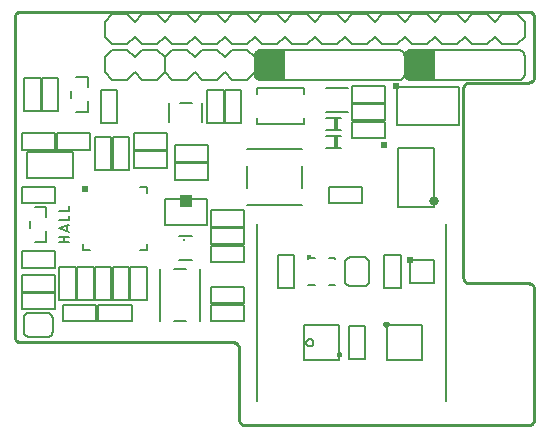
<source format=gto>
G04 EAGLE Gerber RS-274X export*
G75*
%MOMM*%
%FSLAX34Y34*%
%LPD*%
%INSilkscreen Top*%
%IPPOS*%
%AMOC8*
5,1,8,0,0,1.08239X$1,22.5*%
G01*
%ADD10C,0.152400*%
%ADD11C,0.127000*%
%ADD12C,0.150000*%
%ADD13R,0.350000X0.900000*%
%ADD14R,0.600000X0.600000*%
%ADD15C,0.203200*%
%ADD16R,1.000000X1.000000*%
%ADD17C,0.300000*%
%ADD18R,0.500000X0.500000*%
%ADD19C,0.200000*%
%ADD20C,0.800000*%
%ADD21R,0.350000X0.350000*%
%ADD22C,0.300000*%
%ADD23C,0.254000*%

G36*
X228665Y291677D02*
X228665Y291677D01*
X228731Y291679D01*
X228774Y291697D01*
X228821Y291705D01*
X228878Y291739D01*
X228938Y291764D01*
X228973Y291795D01*
X229014Y291820D01*
X229056Y291871D01*
X229104Y291915D01*
X229126Y291957D01*
X229155Y291994D01*
X229176Y292056D01*
X229207Y292115D01*
X229215Y292169D01*
X229227Y292206D01*
X229226Y292246D01*
X229234Y292300D01*
X229234Y317700D01*
X229223Y317765D01*
X229221Y317831D01*
X229203Y317874D01*
X229195Y317921D01*
X229161Y317978D01*
X229136Y318038D01*
X229105Y318073D01*
X229080Y318114D01*
X229029Y318156D01*
X228985Y318204D01*
X228943Y318226D01*
X228906Y318255D01*
X228844Y318276D01*
X228785Y318307D01*
X228731Y318315D01*
X228694Y318327D01*
X228654Y318326D01*
X228600Y318334D01*
X208280Y318334D01*
X208250Y318329D01*
X208209Y318330D01*
X207079Y318203D01*
X207030Y318188D01*
X206940Y318171D01*
X205866Y317796D01*
X205822Y317771D01*
X205738Y317734D01*
X204775Y317129D01*
X204738Y317095D01*
X204664Y317040D01*
X203860Y316236D01*
X203831Y316194D01*
X203771Y316125D01*
X203166Y315162D01*
X203147Y315115D01*
X203104Y315034D01*
X202729Y313960D01*
X202721Y313910D01*
X202697Y313821D01*
X202570Y312691D01*
X202572Y312660D01*
X202566Y312620D01*
X202566Y297380D01*
X202571Y297350D01*
X202570Y297309D01*
X202697Y296179D01*
X202712Y296130D01*
X202729Y296040D01*
X203104Y294966D01*
X203129Y294922D01*
X203166Y294838D01*
X203771Y293875D01*
X203805Y293838D01*
X203860Y293764D01*
X204664Y292960D01*
X204706Y292931D01*
X204775Y292871D01*
X205738Y292266D01*
X205785Y292247D01*
X205866Y292204D01*
X206940Y291829D01*
X206990Y291821D01*
X207079Y291797D01*
X208209Y291670D01*
X208240Y291672D01*
X208280Y291666D01*
X228600Y291666D01*
X228665Y291677D01*
G37*
G36*
X355665Y291677D02*
X355665Y291677D01*
X355731Y291679D01*
X355774Y291697D01*
X355821Y291705D01*
X355878Y291739D01*
X355938Y291764D01*
X355973Y291795D01*
X356014Y291820D01*
X356056Y291871D01*
X356104Y291915D01*
X356126Y291957D01*
X356155Y291994D01*
X356176Y292056D01*
X356207Y292115D01*
X356215Y292169D01*
X356227Y292206D01*
X356226Y292246D01*
X356234Y292300D01*
X356234Y317700D01*
X356223Y317765D01*
X356221Y317831D01*
X356203Y317874D01*
X356195Y317921D01*
X356161Y317978D01*
X356136Y318038D01*
X356105Y318073D01*
X356080Y318114D01*
X356029Y318156D01*
X355985Y318204D01*
X355943Y318226D01*
X355906Y318255D01*
X355844Y318276D01*
X355785Y318307D01*
X355731Y318315D01*
X355694Y318327D01*
X355654Y318326D01*
X355600Y318334D01*
X335280Y318334D01*
X335250Y318329D01*
X335209Y318330D01*
X334079Y318203D01*
X334030Y318188D01*
X333940Y318171D01*
X332866Y317796D01*
X332822Y317771D01*
X332738Y317734D01*
X331775Y317129D01*
X331738Y317095D01*
X331664Y317040D01*
X330860Y316236D01*
X330831Y316194D01*
X330771Y316125D01*
X330166Y315162D01*
X330147Y315115D01*
X330104Y315034D01*
X329729Y313960D01*
X329721Y313910D01*
X329697Y313821D01*
X329570Y312691D01*
X329572Y312660D01*
X329566Y312620D01*
X329566Y297380D01*
X329571Y297350D01*
X329570Y297309D01*
X329697Y296179D01*
X329712Y296130D01*
X329729Y296040D01*
X330104Y294966D01*
X330129Y294922D01*
X330166Y294838D01*
X330771Y293875D01*
X330805Y293838D01*
X330860Y293764D01*
X331664Y292960D01*
X331706Y292931D01*
X331775Y292871D01*
X332738Y292266D01*
X332785Y292247D01*
X332866Y292204D01*
X333940Y291829D01*
X333990Y291821D01*
X334079Y291797D01*
X335209Y291670D01*
X335240Y291672D01*
X335280Y291666D01*
X355600Y291666D01*
X355665Y291677D01*
G37*
D10*
X46238Y154904D02*
X37762Y154904D01*
X41529Y154904D02*
X41529Y159612D01*
X37762Y159612D02*
X46238Y159612D01*
X46238Y163733D02*
X37762Y166558D01*
X46238Y169383D01*
X44119Y168677D02*
X44119Y164439D01*
X46238Y173529D02*
X37762Y173529D01*
X46238Y173529D02*
X46238Y177296D01*
X46238Y181329D02*
X37762Y181329D01*
X46238Y181329D02*
X46238Y185096D01*
D11*
X68000Y216000D02*
X82000Y216000D01*
X82000Y244000D01*
X68000Y244000D01*
X68000Y216000D01*
X73000Y256000D02*
X87000Y256000D01*
X87000Y284000D01*
X73000Y284000D01*
X73000Y256000D01*
X163000Y284000D02*
X177000Y284000D01*
X163000Y284000D02*
X163000Y256000D01*
X177000Y256000D01*
X177000Y284000D01*
X178000Y284000D02*
X192000Y284000D01*
X178000Y284000D02*
X178000Y256000D01*
X192000Y256000D01*
X192000Y284000D01*
X194000Y117000D02*
X194000Y103000D01*
X194000Y117000D02*
X166000Y117000D01*
X166000Y103000D01*
X194000Y103000D01*
X194000Y102000D02*
X194000Y88000D01*
X194000Y102000D02*
X166000Y102000D01*
X166000Y88000D01*
X194000Y88000D01*
X64000Y233000D02*
X64000Y247000D01*
X36000Y247000D01*
X36000Y233000D01*
X64000Y233000D01*
X52000Y134000D02*
X38000Y134000D01*
X38000Y106000D01*
X52000Y106000D01*
X52000Y134000D01*
X53000Y134000D02*
X67000Y134000D01*
X53000Y134000D02*
X53000Y106000D01*
X67000Y106000D01*
X67000Y134000D01*
X6000Y233000D02*
X6000Y247000D01*
X6000Y233000D02*
X34000Y233000D01*
X34000Y247000D01*
X6000Y247000D01*
X83000Y216000D02*
X97000Y216000D01*
X97000Y244000D01*
X83000Y244000D01*
X83000Y216000D01*
X129000Y218000D02*
X129000Y232000D01*
X101000Y232000D01*
X101000Y218000D01*
X129000Y218000D01*
X22000Y266000D02*
X8000Y266000D01*
X22000Y266000D02*
X22000Y294000D01*
X8000Y294000D01*
X8000Y266000D01*
X23000Y266000D02*
X37000Y266000D01*
X37000Y294000D01*
X23000Y294000D01*
X23000Y266000D01*
D12*
X263500Y250000D02*
X276500Y250000D01*
X276500Y260000D02*
X263500Y260000D01*
D13*
X271750Y255000D03*
D12*
X276500Y235000D02*
X263500Y235000D01*
X263500Y245000D02*
X276500Y245000D01*
D13*
X271750Y240000D03*
D12*
X324000Y286000D02*
X376000Y286000D01*
X376000Y254000D01*
X324000Y254000D01*
X324000Y286000D01*
D14*
X323000Y287000D03*
D11*
X82000Y134000D02*
X68000Y134000D01*
X68000Y106000D01*
X82000Y106000D01*
X82000Y134000D01*
D15*
X177800Y311350D02*
X184150Y317700D01*
X196850Y317700D01*
X203200Y311350D01*
X203200Y298650D02*
X196850Y292300D01*
X184150Y292300D01*
X177800Y298650D01*
X146050Y317700D02*
X133350Y317700D01*
X146050Y317700D02*
X152400Y311350D01*
X152400Y298650D02*
X146050Y292300D01*
X152400Y311350D02*
X158750Y317700D01*
X171450Y317700D01*
X177800Y311350D01*
X177800Y298650D02*
X171450Y292300D01*
X158750Y292300D01*
X152400Y298650D01*
X127000Y298650D02*
X127000Y311350D01*
X133350Y317700D01*
X127000Y298650D02*
X133350Y292300D01*
X146050Y292300D01*
X203200Y298650D02*
X203200Y311350D01*
X95250Y317700D02*
X82550Y317700D01*
X95250Y317700D02*
X101600Y311350D01*
X101600Y298650D02*
X95250Y292300D01*
X101600Y311350D02*
X107950Y317700D01*
X120650Y317700D01*
X127000Y311350D01*
X127000Y298650D02*
X120650Y292300D01*
X107950Y292300D01*
X101600Y298650D01*
X76200Y298650D02*
X76200Y311350D01*
X82550Y317700D01*
X76200Y298650D02*
X82550Y292300D01*
X95250Y292300D01*
X127000Y298650D02*
X127000Y311350D01*
D11*
X431800Y312620D02*
X431800Y297380D01*
X431798Y297240D01*
X431792Y297100D01*
X431783Y296960D01*
X431769Y296821D01*
X431752Y296682D01*
X431731Y296544D01*
X431706Y296406D01*
X431677Y296269D01*
X431645Y296133D01*
X431608Y295998D01*
X431568Y295864D01*
X431525Y295731D01*
X431477Y295599D01*
X431427Y295468D01*
X431372Y295339D01*
X431314Y295212D01*
X431253Y295086D01*
X431188Y294962D01*
X431119Y294840D01*
X431048Y294720D01*
X430973Y294602D01*
X430895Y294485D01*
X430813Y294371D01*
X430729Y294260D01*
X430641Y294151D01*
X430551Y294044D01*
X430457Y293939D01*
X430361Y293838D01*
X430262Y293739D01*
X430161Y293643D01*
X430056Y293549D01*
X429949Y293459D01*
X429840Y293371D01*
X429729Y293287D01*
X429615Y293205D01*
X429498Y293127D01*
X429380Y293052D01*
X429260Y292981D01*
X429138Y292912D01*
X429014Y292847D01*
X428888Y292786D01*
X428761Y292728D01*
X428632Y292673D01*
X428501Y292623D01*
X428369Y292575D01*
X428236Y292532D01*
X428102Y292492D01*
X427967Y292455D01*
X427831Y292423D01*
X427694Y292394D01*
X427556Y292369D01*
X427418Y292348D01*
X427279Y292331D01*
X427140Y292317D01*
X427000Y292308D01*
X426860Y292302D01*
X426720Y292300D01*
X335280Y292300D01*
X335140Y292302D01*
X335000Y292308D01*
X334860Y292317D01*
X334721Y292331D01*
X334582Y292348D01*
X334444Y292369D01*
X334306Y292394D01*
X334169Y292423D01*
X334033Y292455D01*
X333898Y292492D01*
X333764Y292532D01*
X333631Y292575D01*
X333499Y292623D01*
X333368Y292673D01*
X333239Y292728D01*
X333112Y292786D01*
X332986Y292847D01*
X332862Y292912D01*
X332740Y292981D01*
X332620Y293052D01*
X332502Y293127D01*
X332385Y293205D01*
X332271Y293287D01*
X332160Y293371D01*
X332051Y293459D01*
X331944Y293549D01*
X331839Y293643D01*
X331738Y293739D01*
X331639Y293838D01*
X331543Y293939D01*
X331449Y294044D01*
X331359Y294151D01*
X331271Y294260D01*
X331187Y294371D01*
X331105Y294485D01*
X331027Y294602D01*
X330952Y294720D01*
X330881Y294840D01*
X330812Y294962D01*
X330747Y295086D01*
X330686Y295212D01*
X330628Y295339D01*
X330573Y295468D01*
X330523Y295599D01*
X330475Y295731D01*
X330432Y295864D01*
X330392Y295998D01*
X330355Y296133D01*
X330323Y296269D01*
X330294Y296406D01*
X330269Y296544D01*
X330248Y296682D01*
X330231Y296821D01*
X330217Y296960D01*
X330208Y297100D01*
X330202Y297240D01*
X330200Y297380D01*
X330200Y312620D01*
X330202Y312760D01*
X330208Y312900D01*
X330217Y313040D01*
X330231Y313179D01*
X330248Y313318D01*
X330269Y313456D01*
X330294Y313594D01*
X330323Y313731D01*
X330355Y313867D01*
X330392Y314002D01*
X330432Y314136D01*
X330475Y314269D01*
X330523Y314401D01*
X330573Y314532D01*
X330628Y314661D01*
X330686Y314788D01*
X330747Y314914D01*
X330812Y315038D01*
X330881Y315160D01*
X330952Y315280D01*
X331027Y315398D01*
X331105Y315515D01*
X331187Y315629D01*
X331271Y315740D01*
X331359Y315849D01*
X331449Y315956D01*
X331543Y316061D01*
X331639Y316162D01*
X331738Y316261D01*
X331839Y316357D01*
X331944Y316451D01*
X332051Y316541D01*
X332160Y316629D01*
X332271Y316713D01*
X332385Y316795D01*
X332502Y316873D01*
X332620Y316948D01*
X332740Y317019D01*
X332862Y317088D01*
X332986Y317153D01*
X333112Y317214D01*
X333239Y317272D01*
X333368Y317327D01*
X333499Y317377D01*
X333631Y317425D01*
X333764Y317468D01*
X333898Y317508D01*
X334033Y317545D01*
X334169Y317577D01*
X334306Y317606D01*
X334444Y317631D01*
X334582Y317652D01*
X334721Y317669D01*
X334860Y317683D01*
X335000Y317692D01*
X335140Y317698D01*
X335280Y317700D01*
X426720Y317700D01*
X426860Y317698D01*
X427000Y317692D01*
X427140Y317683D01*
X427279Y317669D01*
X427418Y317652D01*
X427556Y317631D01*
X427694Y317606D01*
X427831Y317577D01*
X427967Y317545D01*
X428102Y317508D01*
X428236Y317468D01*
X428369Y317425D01*
X428501Y317377D01*
X428632Y317327D01*
X428761Y317272D01*
X428888Y317214D01*
X429014Y317153D01*
X429138Y317088D01*
X429260Y317019D01*
X429380Y316948D01*
X429498Y316873D01*
X429615Y316795D01*
X429729Y316713D01*
X429840Y316629D01*
X429949Y316541D01*
X430056Y316451D01*
X430161Y316357D01*
X430262Y316261D01*
X430361Y316162D01*
X430457Y316061D01*
X430551Y315956D01*
X430641Y315849D01*
X430729Y315740D01*
X430813Y315629D01*
X430895Y315515D01*
X430973Y315398D01*
X431048Y315280D01*
X431119Y315160D01*
X431188Y315038D01*
X431253Y314914D01*
X431314Y314788D01*
X431372Y314661D01*
X431427Y314532D01*
X431477Y314401D01*
X431525Y314269D01*
X431568Y314136D01*
X431608Y314002D01*
X431645Y313867D01*
X431677Y313731D01*
X431706Y313594D01*
X431731Y313456D01*
X431752Y313318D01*
X431769Y313179D01*
X431783Y313040D01*
X431792Y312900D01*
X431798Y312760D01*
X431800Y312620D01*
D12*
X245000Y255000D02*
X205000Y255000D01*
X205000Y285000D02*
X245000Y285000D01*
X205000Y260000D02*
X205000Y255000D01*
X245000Y255000D02*
X245000Y260000D01*
X205000Y280000D02*
X205000Y285000D01*
X245000Y285000D02*
X245000Y280000D01*
X62000Y265000D02*
X52000Y265000D01*
X52000Y295000D02*
X62000Y295000D01*
X48000Y283000D02*
X48000Y277000D01*
X62000Y274000D02*
X62000Y265000D01*
X62000Y286000D02*
X62000Y295000D01*
X264000Y265000D02*
X282000Y265000D01*
X282000Y285000D02*
X264000Y285000D01*
D11*
X34000Y202000D02*
X34000Y188000D01*
X34000Y202000D02*
X6000Y202000D01*
X6000Y188000D01*
X34000Y188000D01*
X166000Y152000D02*
X166000Y138000D01*
X194000Y138000D01*
X194000Y152000D01*
X166000Y152000D01*
X97000Y134000D02*
X83000Y134000D01*
X83000Y106000D01*
X97000Y106000D01*
X97000Y134000D01*
X98000Y134000D02*
X112000Y134000D01*
X98000Y134000D02*
X98000Y106000D01*
X112000Y106000D01*
X112000Y134000D01*
X71000Y102000D02*
X71000Y88000D01*
X99000Y88000D01*
X99000Y102000D01*
X71000Y102000D01*
X69000Y102000D02*
X69000Y88000D01*
X69000Y102000D02*
X41000Y102000D01*
X41000Y88000D01*
X69000Y88000D01*
X286000Y243000D02*
X286000Y257000D01*
X286000Y243000D02*
X314000Y243000D01*
X314000Y257000D01*
X286000Y257000D01*
X314000Y273000D02*
X314000Y287000D01*
X286000Y287000D01*
X286000Y273000D01*
X314000Y273000D01*
X314000Y272000D02*
X314000Y258000D01*
X314000Y272000D02*
X286000Y272000D01*
X286000Y258000D01*
X314000Y258000D01*
X129000Y247000D02*
X129000Y233000D01*
X129000Y247000D02*
X101000Y247000D01*
X101000Y233000D01*
X129000Y233000D01*
X135800Y221600D02*
X135800Y207600D01*
X163800Y207600D01*
X163800Y221600D01*
X135800Y221600D01*
X266000Y202000D02*
X266000Y188000D01*
X294000Y188000D01*
X294000Y202000D01*
X266000Y202000D01*
X6000Y127000D02*
X6000Y113000D01*
X34000Y113000D01*
X34000Y127000D01*
X6000Y127000D01*
X6000Y112000D02*
X6000Y98000D01*
X34000Y98000D01*
X34000Y112000D01*
X6000Y112000D01*
X194000Y168000D02*
X194000Y182000D01*
X166000Y182000D01*
X166000Y168000D01*
X194000Y168000D01*
X136000Y223000D02*
X136000Y237000D01*
X136000Y223000D02*
X164000Y223000D01*
X164000Y237000D01*
X136000Y237000D01*
X166000Y167000D02*
X166000Y153000D01*
X194000Y153000D01*
X194000Y167000D01*
X166000Y167000D01*
D12*
X123000Y132000D02*
X123000Y88000D01*
X157000Y88000D02*
X157000Y132000D01*
X145000Y88000D02*
X135000Y88000D01*
X135000Y132000D02*
X145000Y132000D01*
X196500Y233500D02*
X243500Y233500D01*
X243500Y186500D02*
X196500Y186500D01*
X196500Y201000D02*
X196500Y219000D01*
X243500Y219000D02*
X243500Y201000D01*
D16*
X145000Y190000D03*
D12*
X127000Y191000D02*
X163000Y191000D01*
X163000Y169000D01*
X127000Y169000D01*
X127000Y191000D01*
D15*
X139500Y140000D02*
X150500Y140000D01*
X150500Y160000D02*
X139500Y160000D01*
D17*
X143375Y157000D03*
D15*
X131000Y257000D02*
X131000Y273000D01*
X159000Y273000D02*
X159000Y257000D01*
X150000Y273000D02*
X140000Y273000D01*
X112000Y202000D02*
X106500Y202000D01*
X112000Y202000D02*
X112000Y196500D01*
X112000Y153500D02*
X112000Y148000D01*
X106500Y148000D01*
X63500Y148000D02*
X58000Y148000D01*
X58000Y153500D01*
D18*
X60000Y200000D03*
X312500Y237500D03*
D12*
X325000Y185000D02*
X355000Y185000D01*
X355000Y235000D01*
X325000Y235000D01*
X325000Y185000D01*
D11*
X49500Y209000D02*
X10500Y209000D01*
X10500Y231000D01*
X49500Y231000D01*
X49500Y209000D01*
X330200Y297380D02*
X330200Y312620D01*
X330200Y297380D02*
X330198Y297240D01*
X330192Y297100D01*
X330183Y296960D01*
X330169Y296821D01*
X330152Y296682D01*
X330131Y296544D01*
X330106Y296406D01*
X330077Y296269D01*
X330045Y296133D01*
X330008Y295998D01*
X329968Y295864D01*
X329925Y295731D01*
X329877Y295599D01*
X329827Y295468D01*
X329772Y295339D01*
X329714Y295212D01*
X329653Y295086D01*
X329588Y294962D01*
X329519Y294840D01*
X329448Y294720D01*
X329373Y294602D01*
X329295Y294485D01*
X329213Y294371D01*
X329129Y294260D01*
X329041Y294151D01*
X328951Y294044D01*
X328857Y293939D01*
X328761Y293838D01*
X328662Y293739D01*
X328561Y293643D01*
X328456Y293549D01*
X328349Y293459D01*
X328240Y293371D01*
X328129Y293287D01*
X328015Y293205D01*
X327898Y293127D01*
X327780Y293052D01*
X327660Y292981D01*
X327538Y292912D01*
X327414Y292847D01*
X327288Y292786D01*
X327161Y292728D01*
X327032Y292673D01*
X326901Y292623D01*
X326769Y292575D01*
X326636Y292532D01*
X326502Y292492D01*
X326367Y292455D01*
X326231Y292423D01*
X326094Y292394D01*
X325956Y292369D01*
X325818Y292348D01*
X325679Y292331D01*
X325540Y292317D01*
X325400Y292308D01*
X325260Y292302D01*
X325120Y292300D01*
X208280Y292300D01*
X208140Y292302D01*
X208000Y292308D01*
X207860Y292317D01*
X207721Y292331D01*
X207582Y292348D01*
X207444Y292369D01*
X207306Y292394D01*
X207169Y292423D01*
X207033Y292455D01*
X206898Y292492D01*
X206764Y292532D01*
X206631Y292575D01*
X206499Y292623D01*
X206368Y292673D01*
X206239Y292728D01*
X206112Y292786D01*
X205986Y292847D01*
X205862Y292912D01*
X205740Y292981D01*
X205620Y293052D01*
X205502Y293127D01*
X205385Y293205D01*
X205271Y293287D01*
X205160Y293371D01*
X205051Y293459D01*
X204944Y293549D01*
X204839Y293643D01*
X204738Y293739D01*
X204639Y293838D01*
X204543Y293939D01*
X204449Y294044D01*
X204359Y294151D01*
X204271Y294260D01*
X204187Y294371D01*
X204105Y294485D01*
X204027Y294602D01*
X203952Y294720D01*
X203881Y294840D01*
X203812Y294962D01*
X203747Y295086D01*
X203686Y295212D01*
X203628Y295339D01*
X203573Y295468D01*
X203523Y295599D01*
X203475Y295731D01*
X203432Y295864D01*
X203392Y295998D01*
X203355Y296133D01*
X203323Y296269D01*
X203294Y296406D01*
X203269Y296544D01*
X203248Y296682D01*
X203231Y296821D01*
X203217Y296960D01*
X203208Y297100D01*
X203202Y297240D01*
X203200Y297380D01*
X203200Y312620D01*
X203202Y312760D01*
X203208Y312900D01*
X203217Y313040D01*
X203231Y313179D01*
X203248Y313318D01*
X203269Y313456D01*
X203294Y313594D01*
X203323Y313731D01*
X203355Y313867D01*
X203392Y314002D01*
X203432Y314136D01*
X203475Y314269D01*
X203523Y314401D01*
X203573Y314532D01*
X203628Y314661D01*
X203686Y314788D01*
X203747Y314914D01*
X203812Y315038D01*
X203881Y315160D01*
X203952Y315280D01*
X204027Y315398D01*
X204105Y315515D01*
X204187Y315629D01*
X204271Y315740D01*
X204359Y315849D01*
X204449Y315956D01*
X204543Y316061D01*
X204639Y316162D01*
X204738Y316261D01*
X204839Y316357D01*
X204944Y316451D01*
X205051Y316541D01*
X205160Y316629D01*
X205271Y316713D01*
X205385Y316795D01*
X205502Y316873D01*
X205620Y316948D01*
X205740Y317019D01*
X205862Y317088D01*
X205986Y317153D01*
X206112Y317214D01*
X206239Y317272D01*
X206368Y317327D01*
X206499Y317377D01*
X206631Y317425D01*
X206764Y317468D01*
X206898Y317508D01*
X207033Y317545D01*
X207169Y317577D01*
X207306Y317606D01*
X207444Y317631D01*
X207582Y317652D01*
X207721Y317669D01*
X207860Y317683D01*
X208000Y317692D01*
X208140Y317698D01*
X208280Y317700D01*
X325120Y317700D01*
X325260Y317698D01*
X325400Y317692D01*
X325540Y317683D01*
X325679Y317669D01*
X325818Y317652D01*
X325956Y317631D01*
X326094Y317606D01*
X326231Y317577D01*
X326367Y317545D01*
X326502Y317508D01*
X326636Y317468D01*
X326769Y317425D01*
X326901Y317377D01*
X327032Y317327D01*
X327161Y317272D01*
X327288Y317214D01*
X327414Y317153D01*
X327538Y317088D01*
X327660Y317019D01*
X327780Y316948D01*
X327898Y316873D01*
X328015Y316795D01*
X328129Y316713D01*
X328240Y316629D01*
X328349Y316541D01*
X328456Y316451D01*
X328561Y316357D01*
X328662Y316261D01*
X328761Y316162D01*
X328857Y316061D01*
X328951Y315956D01*
X329041Y315849D01*
X329129Y315740D01*
X329213Y315629D01*
X329295Y315515D01*
X329373Y315398D01*
X329448Y315280D01*
X329519Y315160D01*
X329588Y315038D01*
X329653Y314914D01*
X329714Y314788D01*
X329772Y314661D01*
X329827Y314532D01*
X329877Y314401D01*
X329925Y314269D01*
X329968Y314136D01*
X330008Y314002D01*
X330045Y313867D01*
X330077Y313731D01*
X330106Y313594D01*
X330131Y313456D01*
X330152Y313318D01*
X330169Y313179D01*
X330183Y313040D01*
X330192Y312900D01*
X330198Y312760D01*
X330200Y312620D01*
D15*
X247650Y347700D02*
X234950Y347700D01*
X247650Y347700D02*
X254000Y341350D01*
X254000Y328650D02*
X247650Y322300D01*
X209550Y347700D02*
X203200Y341350D01*
X209550Y347700D02*
X222250Y347700D01*
X228600Y341350D01*
X228600Y328650D02*
X222250Y322300D01*
X209550Y322300D01*
X203200Y328650D01*
X228600Y341350D02*
X234950Y347700D01*
X228600Y328650D02*
X234950Y322300D01*
X247650Y322300D01*
X171450Y347700D02*
X158750Y347700D01*
X171450Y347700D02*
X177800Y341350D01*
X177800Y328650D02*
X171450Y322300D01*
X177800Y341350D02*
X184150Y347700D01*
X196850Y347700D01*
X203200Y341350D01*
X203200Y328650D02*
X196850Y322300D01*
X184150Y322300D01*
X177800Y328650D01*
X133350Y347700D02*
X127000Y341350D01*
X133350Y347700D02*
X146050Y347700D01*
X152400Y341350D01*
X152400Y328650D02*
X146050Y322300D01*
X133350Y322300D01*
X127000Y328650D01*
X152400Y341350D02*
X158750Y347700D01*
X152400Y328650D02*
X158750Y322300D01*
X171450Y322300D01*
X95250Y347700D02*
X82550Y347700D01*
X95250Y347700D02*
X101600Y341350D01*
X101600Y328650D02*
X95250Y322300D01*
X101600Y341350D02*
X107950Y347700D01*
X120650Y347700D01*
X127000Y341350D01*
X127000Y328650D02*
X120650Y322300D01*
X107950Y322300D01*
X101600Y328650D01*
X76200Y328650D02*
X76200Y341350D01*
X82550Y347700D01*
X76200Y328650D02*
X82550Y322300D01*
X95250Y322300D01*
X412750Y347700D02*
X425450Y347700D01*
X431800Y341350D01*
X431800Y328650D02*
X425450Y322300D01*
X387350Y347700D02*
X381000Y341350D01*
X387350Y347700D02*
X400050Y347700D01*
X406400Y341350D01*
X406400Y328650D02*
X400050Y322300D01*
X387350Y322300D01*
X381000Y328650D01*
X406400Y341350D02*
X412750Y347700D01*
X406400Y328650D02*
X412750Y322300D01*
X425450Y322300D01*
X349250Y347700D02*
X336550Y347700D01*
X349250Y347700D02*
X355600Y341350D01*
X355600Y328650D02*
X349250Y322300D01*
X355600Y341350D02*
X361950Y347700D01*
X374650Y347700D01*
X381000Y341350D01*
X381000Y328650D02*
X374650Y322300D01*
X361950Y322300D01*
X355600Y328650D01*
X311150Y347700D02*
X304800Y341350D01*
X311150Y347700D02*
X323850Y347700D01*
X330200Y341350D01*
X330200Y328650D02*
X323850Y322300D01*
X311150Y322300D01*
X304800Y328650D01*
X330200Y341350D02*
X336550Y347700D01*
X330200Y328650D02*
X336550Y322300D01*
X349250Y322300D01*
X273050Y347700D02*
X260350Y347700D01*
X273050Y347700D02*
X279400Y341350D01*
X279400Y328650D02*
X273050Y322300D01*
X279400Y341350D02*
X285750Y347700D01*
X298450Y347700D01*
X304800Y341350D01*
X304800Y328650D02*
X298450Y322300D01*
X285750Y322300D01*
X279400Y328650D01*
X260350Y347700D02*
X254000Y341350D01*
X254000Y328650D02*
X260350Y322300D01*
X273050Y322300D01*
X431800Y328650D02*
X431800Y341350D01*
D19*
X365000Y170000D02*
X365000Y20000D01*
X205000Y20000D02*
X205000Y170000D01*
D20*
X355000Y190000D03*
D21*
X249250Y142250D03*
D15*
X248500Y141500D02*
X254000Y141500D01*
X266000Y141500D02*
X271500Y141500D01*
X271500Y118500D02*
X266000Y118500D01*
X254000Y118500D02*
X248500Y118500D01*
X248500Y119000D01*
X271500Y119000D02*
X271500Y118500D01*
X271500Y141000D02*
X271500Y141500D01*
X248500Y141500D02*
X248500Y141000D01*
D11*
X237000Y144000D02*
X223000Y144000D01*
X223000Y116000D01*
X237000Y116000D01*
X237000Y144000D01*
D12*
X27000Y155000D02*
X17000Y155000D01*
X17000Y185000D02*
X27000Y185000D01*
X13000Y173000D02*
X13000Y167000D01*
X27000Y164000D02*
X27000Y155000D01*
X27000Y176000D02*
X27000Y185000D01*
D11*
X6000Y147000D02*
X6000Y133000D01*
X34000Y133000D01*
X34000Y147000D01*
X6000Y147000D01*
D19*
X273500Y60000D02*
X273502Y60077D01*
X273508Y60154D01*
X273518Y60231D01*
X273532Y60307D01*
X273549Y60382D01*
X273571Y60456D01*
X273596Y60529D01*
X273626Y60601D01*
X273658Y60671D01*
X273695Y60739D01*
X273734Y60805D01*
X273777Y60869D01*
X273824Y60931D01*
X273873Y60990D01*
X273926Y61047D01*
X273981Y61101D01*
X274039Y61152D01*
X274100Y61200D01*
X274163Y61245D01*
X274228Y61286D01*
X274295Y61324D01*
X274364Y61359D01*
X274435Y61389D01*
X274507Y61417D01*
X274581Y61440D01*
X274655Y61460D01*
X274731Y61476D01*
X274807Y61488D01*
X274884Y61496D01*
X274961Y61500D01*
X275039Y61500D01*
X275116Y61496D01*
X275193Y61488D01*
X275269Y61476D01*
X275345Y61460D01*
X275419Y61440D01*
X275493Y61417D01*
X275565Y61389D01*
X275636Y61359D01*
X275705Y61324D01*
X275772Y61286D01*
X275837Y61245D01*
X275900Y61200D01*
X275961Y61152D01*
X276019Y61101D01*
X276074Y61047D01*
X276127Y60990D01*
X276176Y60931D01*
X276223Y60869D01*
X276266Y60805D01*
X276305Y60739D01*
X276342Y60671D01*
X276374Y60601D01*
X276404Y60529D01*
X276429Y60456D01*
X276451Y60382D01*
X276468Y60307D01*
X276482Y60231D01*
X276492Y60154D01*
X276498Y60077D01*
X276500Y60000D01*
X276498Y59923D01*
X276492Y59846D01*
X276482Y59769D01*
X276468Y59693D01*
X276451Y59618D01*
X276429Y59544D01*
X276404Y59471D01*
X276374Y59399D01*
X276342Y59329D01*
X276305Y59261D01*
X276266Y59195D01*
X276223Y59131D01*
X276176Y59069D01*
X276127Y59010D01*
X276074Y58953D01*
X276019Y58899D01*
X275961Y58848D01*
X275900Y58800D01*
X275837Y58755D01*
X275772Y58714D01*
X275705Y58676D01*
X275636Y58641D01*
X275565Y58611D01*
X275493Y58583D01*
X275419Y58560D01*
X275345Y58540D01*
X275269Y58524D01*
X275193Y58512D01*
X275116Y58504D01*
X275039Y58500D01*
X274961Y58500D01*
X274884Y58504D01*
X274807Y58512D01*
X274731Y58524D01*
X274655Y58540D01*
X274581Y58560D01*
X274507Y58583D01*
X274435Y58611D01*
X274364Y58641D01*
X274295Y58676D01*
X274228Y58714D01*
X274163Y58755D01*
X274100Y58800D01*
X274039Y58848D01*
X273981Y58899D01*
X273926Y58953D01*
X273873Y59010D01*
X273824Y59069D01*
X273777Y59131D01*
X273734Y59195D01*
X273695Y59261D01*
X273658Y59329D01*
X273626Y59399D01*
X273596Y59471D01*
X273571Y59544D01*
X273549Y59618D01*
X273532Y59693D01*
X273518Y59769D01*
X273508Y59846D01*
X273502Y59923D01*
X273500Y60000D01*
D12*
X247000Y70000D02*
X247002Y70109D01*
X247008Y70218D01*
X247018Y70326D01*
X247032Y70434D01*
X247049Y70542D01*
X247071Y70649D01*
X247096Y70755D01*
X247126Y70859D01*
X247159Y70963D01*
X247196Y71066D01*
X247236Y71167D01*
X247280Y71266D01*
X247328Y71364D01*
X247380Y71461D01*
X247434Y71555D01*
X247492Y71647D01*
X247554Y71737D01*
X247619Y71824D01*
X247686Y71910D01*
X247757Y71993D01*
X247831Y72073D01*
X247908Y72150D01*
X247987Y72225D01*
X248069Y72296D01*
X248154Y72365D01*
X248241Y72430D01*
X248330Y72493D01*
X248422Y72551D01*
X248516Y72607D01*
X248611Y72659D01*
X248709Y72708D01*
X248808Y72753D01*
X248909Y72795D01*
X249011Y72832D01*
X249114Y72866D01*
X249219Y72897D01*
X249325Y72923D01*
X249431Y72946D01*
X249539Y72964D01*
X249647Y72979D01*
X249755Y72990D01*
X249864Y72997D01*
X249973Y73000D01*
X250082Y72999D01*
X250191Y72994D01*
X250299Y72985D01*
X250407Y72972D01*
X250515Y72955D01*
X250622Y72935D01*
X250728Y72910D01*
X250833Y72882D01*
X250937Y72850D01*
X251040Y72814D01*
X251142Y72774D01*
X251242Y72731D01*
X251340Y72684D01*
X251437Y72634D01*
X251531Y72580D01*
X251624Y72522D01*
X251715Y72462D01*
X251803Y72398D01*
X251889Y72331D01*
X251972Y72261D01*
X252053Y72188D01*
X252131Y72112D01*
X252206Y72033D01*
X252279Y71951D01*
X252348Y71867D01*
X252414Y71781D01*
X252477Y71692D01*
X252537Y71601D01*
X252594Y71508D01*
X252647Y71413D01*
X252696Y71316D01*
X252742Y71217D01*
X252784Y71117D01*
X252823Y71015D01*
X252858Y70911D01*
X252889Y70807D01*
X252917Y70702D01*
X252940Y70595D01*
X252960Y70488D01*
X252976Y70380D01*
X252988Y70272D01*
X252996Y70163D01*
X253000Y70054D01*
X253000Y69946D01*
X252996Y69837D01*
X252988Y69728D01*
X252976Y69620D01*
X252960Y69512D01*
X252940Y69405D01*
X252917Y69298D01*
X252889Y69193D01*
X252858Y69089D01*
X252823Y68985D01*
X252784Y68883D01*
X252742Y68783D01*
X252696Y68684D01*
X252647Y68587D01*
X252594Y68492D01*
X252537Y68399D01*
X252477Y68308D01*
X252414Y68219D01*
X252348Y68133D01*
X252279Y68049D01*
X252206Y67967D01*
X252131Y67888D01*
X252053Y67812D01*
X251972Y67739D01*
X251889Y67669D01*
X251803Y67602D01*
X251715Y67538D01*
X251624Y67478D01*
X251531Y67420D01*
X251437Y67366D01*
X251340Y67316D01*
X251242Y67269D01*
X251142Y67226D01*
X251040Y67186D01*
X250937Y67150D01*
X250833Y67118D01*
X250728Y67090D01*
X250622Y67065D01*
X250515Y67045D01*
X250407Y67028D01*
X250299Y67015D01*
X250191Y67006D01*
X250082Y67001D01*
X249973Y67000D01*
X249864Y67003D01*
X249755Y67010D01*
X249647Y67021D01*
X249539Y67036D01*
X249431Y67054D01*
X249325Y67077D01*
X249219Y67103D01*
X249114Y67134D01*
X249011Y67168D01*
X248909Y67205D01*
X248808Y67247D01*
X248709Y67292D01*
X248611Y67341D01*
X248516Y67393D01*
X248422Y67449D01*
X248330Y67507D01*
X248241Y67570D01*
X248154Y67635D01*
X248069Y67704D01*
X247987Y67775D01*
X247908Y67850D01*
X247831Y67927D01*
X247757Y68007D01*
X247686Y68090D01*
X247619Y68176D01*
X247554Y68263D01*
X247492Y68353D01*
X247434Y68445D01*
X247380Y68539D01*
X247328Y68636D01*
X247280Y68734D01*
X247236Y68833D01*
X247196Y68934D01*
X247159Y69037D01*
X247126Y69141D01*
X247096Y69245D01*
X247071Y69351D01*
X247049Y69458D01*
X247032Y69566D01*
X247018Y69674D01*
X247008Y69782D01*
X247002Y69891D01*
X247000Y70000D01*
X245000Y85000D02*
X275000Y85000D01*
X275000Y55000D01*
X245000Y55000D01*
X245000Y85000D01*
D11*
X283000Y84000D02*
X297000Y84000D01*
X283000Y84000D02*
X283000Y56000D01*
X297000Y56000D01*
X297000Y84000D01*
D19*
X335000Y120000D02*
X335000Y140000D01*
X355000Y140000D01*
X355000Y120000D01*
X335000Y120000D01*
D14*
X335000Y140000D03*
D11*
X327000Y144000D02*
X313000Y144000D01*
X313000Y116000D01*
X327000Y116000D01*
X327000Y144000D01*
D12*
X315000Y85000D02*
X345000Y85000D01*
X345000Y55000D01*
X315000Y55000D01*
X315000Y85000D01*
D22*
X314000Y85000D02*
X314002Y85063D01*
X314008Y85125D01*
X314018Y85187D01*
X314031Y85249D01*
X314049Y85309D01*
X314070Y85368D01*
X314095Y85426D01*
X314124Y85482D01*
X314156Y85536D01*
X314191Y85588D01*
X314229Y85637D01*
X314271Y85685D01*
X314315Y85729D01*
X314363Y85771D01*
X314412Y85809D01*
X314464Y85844D01*
X314518Y85876D01*
X314574Y85905D01*
X314632Y85930D01*
X314691Y85951D01*
X314751Y85969D01*
X314813Y85982D01*
X314875Y85992D01*
X314937Y85998D01*
X315000Y86000D01*
X315063Y85998D01*
X315125Y85992D01*
X315187Y85982D01*
X315249Y85969D01*
X315309Y85951D01*
X315368Y85930D01*
X315426Y85905D01*
X315482Y85876D01*
X315536Y85844D01*
X315588Y85809D01*
X315637Y85771D01*
X315685Y85729D01*
X315729Y85685D01*
X315771Y85637D01*
X315809Y85588D01*
X315844Y85536D01*
X315876Y85482D01*
X315905Y85426D01*
X315930Y85368D01*
X315951Y85309D01*
X315969Y85249D01*
X315982Y85187D01*
X315992Y85125D01*
X315998Y85063D01*
X316000Y85000D01*
X315998Y84937D01*
X315992Y84875D01*
X315982Y84813D01*
X315969Y84751D01*
X315951Y84691D01*
X315930Y84632D01*
X315905Y84574D01*
X315876Y84518D01*
X315844Y84464D01*
X315809Y84412D01*
X315771Y84363D01*
X315729Y84315D01*
X315685Y84271D01*
X315637Y84229D01*
X315588Y84191D01*
X315536Y84156D01*
X315482Y84124D01*
X315426Y84095D01*
X315368Y84070D01*
X315309Y84049D01*
X315249Y84031D01*
X315187Y84018D01*
X315125Y84008D01*
X315063Y84002D01*
X315000Y84000D01*
X314937Y84002D01*
X314875Y84008D01*
X314813Y84018D01*
X314751Y84031D01*
X314691Y84049D01*
X314632Y84070D01*
X314574Y84095D01*
X314518Y84124D01*
X314464Y84156D01*
X314412Y84191D01*
X314363Y84229D01*
X314315Y84271D01*
X314271Y84315D01*
X314229Y84363D01*
X314191Y84412D01*
X314156Y84464D01*
X314124Y84518D01*
X314095Y84574D01*
X314070Y84632D01*
X314049Y84691D01*
X314031Y84751D01*
X314018Y84813D01*
X314008Y84875D01*
X314002Y84937D01*
X314000Y85000D01*
D10*
X27620Y74840D02*
X12380Y74840D01*
X32192Y90588D02*
X32190Y90721D01*
X32184Y90854D01*
X32175Y90986D01*
X32161Y91119D01*
X32144Y91251D01*
X32123Y91382D01*
X32098Y91513D01*
X32069Y91642D01*
X32036Y91771D01*
X32000Y91899D01*
X31960Y92026D01*
X31916Y92152D01*
X31869Y92276D01*
X31818Y92399D01*
X31764Y92520D01*
X31706Y92640D01*
X31644Y92758D01*
X31579Y92874D01*
X31511Y92988D01*
X31440Y93100D01*
X31365Y93210D01*
X31287Y93318D01*
X31206Y93424D01*
X31122Y93527D01*
X31035Y93627D01*
X30946Y93725D01*
X30853Y93821D01*
X30757Y93914D01*
X30659Y94003D01*
X30559Y94090D01*
X30456Y94174D01*
X30350Y94255D01*
X30242Y94333D01*
X30132Y94408D01*
X30020Y94479D01*
X29906Y94547D01*
X29790Y94612D01*
X29672Y94674D01*
X29552Y94732D01*
X29431Y94786D01*
X29308Y94837D01*
X29184Y94884D01*
X29058Y94928D01*
X28931Y94968D01*
X28803Y95004D01*
X28674Y95037D01*
X28545Y95066D01*
X28414Y95091D01*
X28283Y95112D01*
X28151Y95129D01*
X28018Y95143D01*
X27886Y95152D01*
X27753Y95158D01*
X27620Y95160D01*
X12380Y95160D02*
X12247Y95158D01*
X12114Y95152D01*
X11982Y95143D01*
X11849Y95129D01*
X11717Y95112D01*
X11586Y95091D01*
X11455Y95066D01*
X11326Y95037D01*
X11197Y95004D01*
X11069Y94968D01*
X10942Y94928D01*
X10816Y94884D01*
X10692Y94837D01*
X10569Y94786D01*
X10448Y94732D01*
X10328Y94674D01*
X10210Y94612D01*
X10094Y94547D01*
X9980Y94479D01*
X9868Y94408D01*
X9758Y94333D01*
X9650Y94255D01*
X9544Y94174D01*
X9441Y94090D01*
X9341Y94003D01*
X9243Y93914D01*
X9147Y93821D01*
X9054Y93725D01*
X8965Y93627D01*
X8878Y93527D01*
X8794Y93424D01*
X8713Y93318D01*
X8635Y93210D01*
X8560Y93100D01*
X8489Y92988D01*
X8421Y92874D01*
X8356Y92758D01*
X8294Y92640D01*
X8236Y92520D01*
X8182Y92399D01*
X8131Y92276D01*
X8084Y92152D01*
X8040Y92026D01*
X8000Y91899D01*
X7964Y91771D01*
X7931Y91642D01*
X7902Y91513D01*
X7877Y91382D01*
X7856Y91251D01*
X7839Y91119D01*
X7825Y90986D01*
X7816Y90854D01*
X7810Y90721D01*
X7808Y90588D01*
X7808Y79412D02*
X7810Y79279D01*
X7816Y79146D01*
X7825Y79014D01*
X7839Y78881D01*
X7856Y78749D01*
X7877Y78618D01*
X7902Y78487D01*
X7931Y78358D01*
X7964Y78229D01*
X8000Y78101D01*
X8040Y77974D01*
X8084Y77848D01*
X8131Y77724D01*
X8182Y77601D01*
X8236Y77480D01*
X8294Y77360D01*
X8356Y77242D01*
X8421Y77126D01*
X8489Y77012D01*
X8560Y76900D01*
X8635Y76790D01*
X8713Y76682D01*
X8794Y76576D01*
X8878Y76473D01*
X8965Y76373D01*
X9054Y76275D01*
X9147Y76179D01*
X9243Y76086D01*
X9341Y75997D01*
X9441Y75910D01*
X9544Y75826D01*
X9650Y75745D01*
X9758Y75667D01*
X9868Y75592D01*
X9980Y75521D01*
X10094Y75453D01*
X10210Y75388D01*
X10328Y75326D01*
X10448Y75268D01*
X10569Y75214D01*
X10692Y75163D01*
X10816Y75116D01*
X10942Y75072D01*
X11069Y75032D01*
X11197Y74996D01*
X11326Y74963D01*
X11455Y74934D01*
X11586Y74909D01*
X11717Y74888D01*
X11849Y74871D01*
X11982Y74857D01*
X12114Y74848D01*
X12247Y74842D01*
X12380Y74840D01*
X27620Y74840D02*
X27753Y74842D01*
X27886Y74848D01*
X28018Y74857D01*
X28151Y74871D01*
X28283Y74888D01*
X28414Y74909D01*
X28545Y74934D01*
X28674Y74963D01*
X28803Y74996D01*
X28931Y75032D01*
X29058Y75072D01*
X29184Y75116D01*
X29308Y75163D01*
X29431Y75214D01*
X29552Y75268D01*
X29672Y75326D01*
X29790Y75388D01*
X29906Y75453D01*
X30020Y75521D01*
X30132Y75592D01*
X30242Y75667D01*
X30350Y75745D01*
X30456Y75826D01*
X30559Y75910D01*
X30659Y75997D01*
X30757Y76086D01*
X30853Y76179D01*
X30946Y76275D01*
X31035Y76373D01*
X31122Y76473D01*
X31206Y76576D01*
X31287Y76682D01*
X31365Y76790D01*
X31440Y76900D01*
X31511Y77012D01*
X31579Y77126D01*
X31644Y77242D01*
X31706Y77360D01*
X31764Y77480D01*
X31818Y77601D01*
X31869Y77724D01*
X31916Y77848D01*
X31960Y77974D01*
X32000Y78101D01*
X32036Y78229D01*
X32069Y78358D01*
X32098Y78487D01*
X32123Y78618D01*
X32144Y78749D01*
X32161Y78881D01*
X32175Y79014D01*
X32184Y79146D01*
X32190Y79279D01*
X32192Y79412D01*
X32192Y90588D01*
X7808Y90588D02*
X7808Y79412D01*
X12380Y95160D02*
X27620Y95160D01*
X279840Y122380D02*
X279840Y137620D01*
X295588Y117808D02*
X295721Y117810D01*
X295854Y117816D01*
X295986Y117825D01*
X296119Y117839D01*
X296251Y117856D01*
X296382Y117877D01*
X296513Y117902D01*
X296642Y117931D01*
X296771Y117964D01*
X296899Y118000D01*
X297026Y118040D01*
X297152Y118084D01*
X297276Y118131D01*
X297399Y118182D01*
X297520Y118236D01*
X297640Y118294D01*
X297758Y118356D01*
X297874Y118421D01*
X297988Y118489D01*
X298100Y118560D01*
X298210Y118635D01*
X298318Y118713D01*
X298424Y118794D01*
X298527Y118878D01*
X298627Y118965D01*
X298725Y119054D01*
X298821Y119147D01*
X298914Y119243D01*
X299003Y119341D01*
X299090Y119441D01*
X299174Y119544D01*
X299255Y119650D01*
X299333Y119758D01*
X299408Y119868D01*
X299479Y119980D01*
X299547Y120094D01*
X299612Y120210D01*
X299674Y120328D01*
X299732Y120448D01*
X299786Y120569D01*
X299837Y120692D01*
X299884Y120816D01*
X299928Y120942D01*
X299968Y121069D01*
X300004Y121197D01*
X300037Y121326D01*
X300066Y121455D01*
X300091Y121586D01*
X300112Y121717D01*
X300129Y121849D01*
X300143Y121982D01*
X300152Y122114D01*
X300158Y122247D01*
X300160Y122380D01*
X300160Y137620D02*
X300158Y137753D01*
X300152Y137886D01*
X300143Y138018D01*
X300129Y138151D01*
X300112Y138283D01*
X300091Y138414D01*
X300066Y138545D01*
X300037Y138674D01*
X300004Y138803D01*
X299968Y138931D01*
X299928Y139058D01*
X299884Y139184D01*
X299837Y139308D01*
X299786Y139431D01*
X299732Y139552D01*
X299674Y139672D01*
X299612Y139790D01*
X299547Y139906D01*
X299479Y140020D01*
X299408Y140132D01*
X299333Y140242D01*
X299255Y140350D01*
X299174Y140456D01*
X299090Y140559D01*
X299003Y140659D01*
X298914Y140757D01*
X298821Y140853D01*
X298725Y140946D01*
X298627Y141035D01*
X298527Y141122D01*
X298424Y141206D01*
X298318Y141287D01*
X298210Y141365D01*
X298100Y141440D01*
X297988Y141511D01*
X297874Y141579D01*
X297758Y141644D01*
X297640Y141706D01*
X297520Y141764D01*
X297399Y141818D01*
X297276Y141869D01*
X297152Y141916D01*
X297026Y141960D01*
X296899Y142000D01*
X296771Y142036D01*
X296642Y142069D01*
X296513Y142098D01*
X296382Y142123D01*
X296251Y142144D01*
X296119Y142161D01*
X295986Y142175D01*
X295854Y142184D01*
X295721Y142190D01*
X295588Y142192D01*
X284412Y142192D02*
X284279Y142190D01*
X284146Y142184D01*
X284014Y142175D01*
X283881Y142161D01*
X283749Y142144D01*
X283618Y142123D01*
X283487Y142098D01*
X283358Y142069D01*
X283229Y142036D01*
X283101Y142000D01*
X282974Y141960D01*
X282848Y141916D01*
X282724Y141869D01*
X282601Y141818D01*
X282480Y141764D01*
X282360Y141706D01*
X282242Y141644D01*
X282126Y141579D01*
X282012Y141511D01*
X281900Y141440D01*
X281790Y141365D01*
X281682Y141287D01*
X281576Y141206D01*
X281473Y141122D01*
X281373Y141035D01*
X281275Y140946D01*
X281179Y140853D01*
X281086Y140757D01*
X280997Y140659D01*
X280910Y140559D01*
X280826Y140456D01*
X280745Y140350D01*
X280667Y140242D01*
X280592Y140132D01*
X280521Y140020D01*
X280453Y139906D01*
X280388Y139790D01*
X280326Y139672D01*
X280268Y139552D01*
X280214Y139431D01*
X280163Y139308D01*
X280116Y139184D01*
X280072Y139058D01*
X280032Y138931D01*
X279996Y138803D01*
X279963Y138674D01*
X279934Y138545D01*
X279909Y138414D01*
X279888Y138283D01*
X279871Y138151D01*
X279857Y138018D01*
X279848Y137886D01*
X279842Y137753D01*
X279840Y137620D01*
X279840Y122380D02*
X279842Y122247D01*
X279848Y122114D01*
X279857Y121982D01*
X279871Y121849D01*
X279888Y121717D01*
X279909Y121586D01*
X279934Y121455D01*
X279963Y121326D01*
X279996Y121197D01*
X280032Y121069D01*
X280072Y120942D01*
X280116Y120816D01*
X280163Y120692D01*
X280214Y120569D01*
X280268Y120448D01*
X280326Y120328D01*
X280388Y120210D01*
X280453Y120094D01*
X280521Y119980D01*
X280592Y119868D01*
X280667Y119758D01*
X280745Y119650D01*
X280826Y119544D01*
X280910Y119441D01*
X280997Y119341D01*
X281086Y119243D01*
X281179Y119147D01*
X281275Y119054D01*
X281373Y118965D01*
X281473Y118878D01*
X281576Y118794D01*
X281682Y118713D01*
X281790Y118635D01*
X281900Y118560D01*
X282012Y118489D01*
X282126Y118421D01*
X282242Y118356D01*
X282360Y118294D01*
X282480Y118236D01*
X282601Y118182D01*
X282724Y118131D01*
X282848Y118084D01*
X282974Y118040D01*
X283101Y118000D01*
X283229Y117964D01*
X283358Y117931D01*
X283487Y117902D01*
X283618Y117877D01*
X283749Y117856D01*
X283881Y117839D01*
X284014Y117825D01*
X284146Y117816D01*
X284279Y117810D01*
X284412Y117808D01*
X295588Y117808D01*
X295588Y142192D02*
X284412Y142192D01*
X300160Y137620D02*
X300160Y122380D01*
D23*
X0Y75000D02*
X19Y74564D01*
X76Y74132D01*
X170Y73706D01*
X302Y73290D01*
X468Y72887D01*
X670Y72500D01*
X904Y72132D01*
X1170Y71786D01*
X1464Y71464D01*
X1786Y71170D01*
X2132Y70904D01*
X2500Y70670D01*
X2887Y70468D01*
X3290Y70302D01*
X3706Y70170D01*
X4132Y70076D01*
X4564Y70019D01*
X5000Y70000D01*
X185000Y70000D01*
X185436Y69981D01*
X185868Y69924D01*
X186294Y69830D01*
X186710Y69698D01*
X187113Y69532D01*
X187500Y69330D01*
X187868Y69096D01*
X188214Y68830D01*
X188536Y68536D01*
X188830Y68214D01*
X189096Y67868D01*
X189330Y67500D01*
X189532Y67113D01*
X189698Y66710D01*
X189830Y66294D01*
X189924Y65868D01*
X189981Y65436D01*
X190000Y65000D01*
X190000Y5000D01*
X190019Y4564D01*
X190076Y4132D01*
X190170Y3706D01*
X190302Y3290D01*
X190468Y2887D01*
X190670Y2500D01*
X190904Y2132D01*
X191170Y1786D01*
X191464Y1464D01*
X191786Y1170D01*
X192132Y904D01*
X192500Y670D01*
X192887Y468D01*
X193290Y302D01*
X193706Y170D01*
X194132Y76D01*
X194564Y19D01*
X195000Y0D01*
X435000Y0D01*
X435436Y19D01*
X435868Y76D01*
X436294Y170D01*
X436710Y302D01*
X437113Y468D01*
X437500Y670D01*
X437868Y904D01*
X438214Y1170D01*
X438536Y1465D01*
X438830Y1786D01*
X439096Y2132D01*
X439330Y2500D01*
X439532Y2887D01*
X439698Y3290D01*
X439830Y3706D01*
X439924Y4132D01*
X439981Y4564D01*
X440000Y5000D01*
X440000Y115000D01*
X439981Y115436D01*
X439924Y115868D01*
X439830Y116294D01*
X439698Y116710D01*
X439532Y117113D01*
X439330Y117500D01*
X439096Y117868D01*
X438830Y118214D01*
X438536Y118536D01*
X438214Y118830D01*
X437868Y119096D01*
X437500Y119330D01*
X437113Y119532D01*
X436710Y119698D01*
X436294Y119830D01*
X435868Y119924D01*
X435436Y119981D01*
X435000Y120000D01*
X385000Y120000D01*
X384564Y120019D01*
X384132Y120076D01*
X383706Y120170D01*
X383290Y120302D01*
X382887Y120468D01*
X382500Y120670D01*
X382132Y120904D01*
X381786Y121170D01*
X381464Y121464D01*
X381170Y121786D01*
X380904Y122132D01*
X380670Y122500D01*
X380468Y122887D01*
X380302Y123290D01*
X380170Y123706D01*
X380076Y124132D01*
X380019Y124564D01*
X380000Y125000D01*
X380000Y285000D01*
X380019Y285436D01*
X380076Y285868D01*
X380170Y286294D01*
X380302Y286710D01*
X380468Y287113D01*
X380670Y287500D01*
X380904Y287868D01*
X381170Y288214D01*
X381464Y288536D01*
X381786Y288830D01*
X382132Y289096D01*
X382500Y289330D01*
X382887Y289532D01*
X383290Y289698D01*
X383706Y289830D01*
X384132Y289924D01*
X384564Y289981D01*
X385000Y290000D01*
X385000Y290000D01*
X435000Y290000D01*
X435436Y290019D01*
X435868Y290076D01*
X436294Y290170D01*
X436710Y290302D01*
X437113Y290468D01*
X437500Y290670D01*
X437868Y290904D01*
X438214Y291170D01*
X438536Y291464D01*
X438830Y291786D01*
X439096Y292132D01*
X439330Y292500D01*
X439532Y292887D01*
X439698Y293290D01*
X439830Y293706D01*
X439924Y294132D01*
X439981Y294564D01*
X440000Y295000D01*
X440000Y345000D01*
X439981Y345436D01*
X439924Y345868D01*
X439830Y346294D01*
X439698Y346710D01*
X439532Y347113D01*
X439330Y347500D01*
X439096Y347868D01*
X438830Y348214D01*
X438536Y348536D01*
X438214Y348830D01*
X437868Y349096D01*
X437500Y349330D01*
X437113Y349532D01*
X436710Y349698D01*
X436294Y349830D01*
X435868Y349924D01*
X435436Y349981D01*
X435000Y350000D01*
X5000Y350000D01*
X4564Y349981D01*
X4132Y349924D01*
X3706Y349830D01*
X3290Y349698D01*
X2887Y349532D01*
X2500Y349330D01*
X2132Y349096D01*
X1786Y348830D01*
X1464Y348536D01*
X1170Y348214D01*
X904Y347868D01*
X670Y347500D01*
X468Y347113D01*
X302Y346710D01*
X170Y346294D01*
X76Y345868D01*
X19Y345436D01*
X0Y345000D01*
X0Y75000D01*
M02*

</source>
